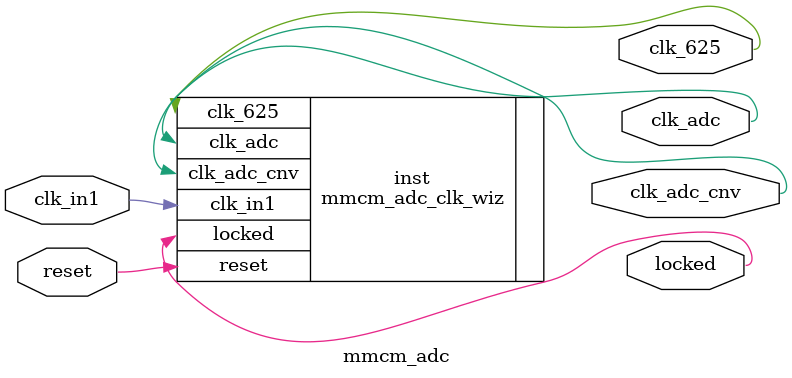
<source format=v>


`timescale 1ps/1ps

(* CORE_GENERATION_INFO = "mmcm_adc,clk_wiz_v6_0_6_0_0,{component_name=mmcm_adc,use_phase_alignment=true,use_min_o_jitter=true,use_max_i_jitter=false,use_dyn_phase_shift=false,use_inclk_switchover=false,use_dyn_reconfig=false,enable_axi=0,feedback_source=FDBK_AUTO,PRIMITIVE=MMCM,num_out_clk=3,clkin1_period=4.000,clkin2_period=10.0,use_power_down=false,use_reset=true,use_locked=true,use_inclk_stopped=false,feedback_type=SINGLE,CLOCK_MGR_TYPE=NA,manual_override=false}" *)

module mmcm_adc 
 (
  // Clock out ports
  output        clk_adc_cnv,
  output        clk_adc,
  output        clk_625,
  // Status and control signals
  input         reset,
  output        locked,
 // Clock in ports
  input         clk_in1
 );

  mmcm_adc_clk_wiz inst
  (
  // Clock out ports  
  .clk_adc_cnv(clk_adc_cnv),
  .clk_adc(clk_adc),
  .clk_625(clk_625),
  // Status and control signals               
  .reset(reset), 
  .locked(locked),
 // Clock in ports
  .clk_in1(clk_in1)
  );

endmodule

</source>
